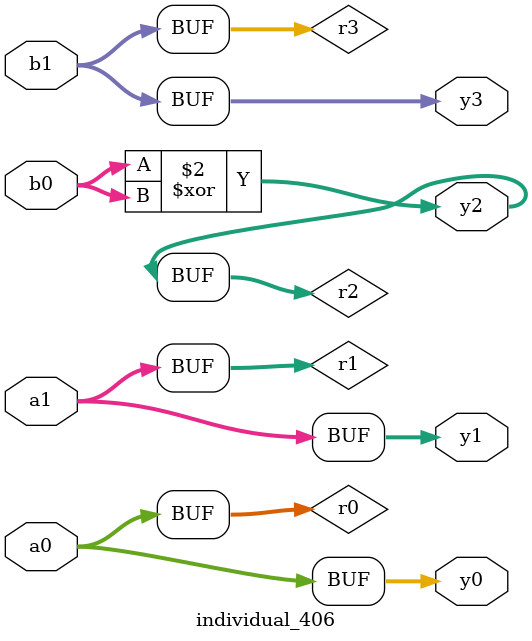
<source format=sv>
module individual_406(input logic [15:0] a1, input logic [15:0] a0, input logic [15:0] b1, input logic [15:0] b0, output logic [15:0] y3, output logic [15:0] y2, output logic [15:0] y1, output logic [15:0] y0);
logic [15:0] r0, r1, r2, r3; 
 always@(*) begin 
	 r0 = a0; r1 = a1; r2 = b0; r3 = b1; 
 	 r2  ^=  b0 ;
 	 y3 = r3; y2 = r2; y1 = r1; y0 = r0; 
end
endmodule
</source>
